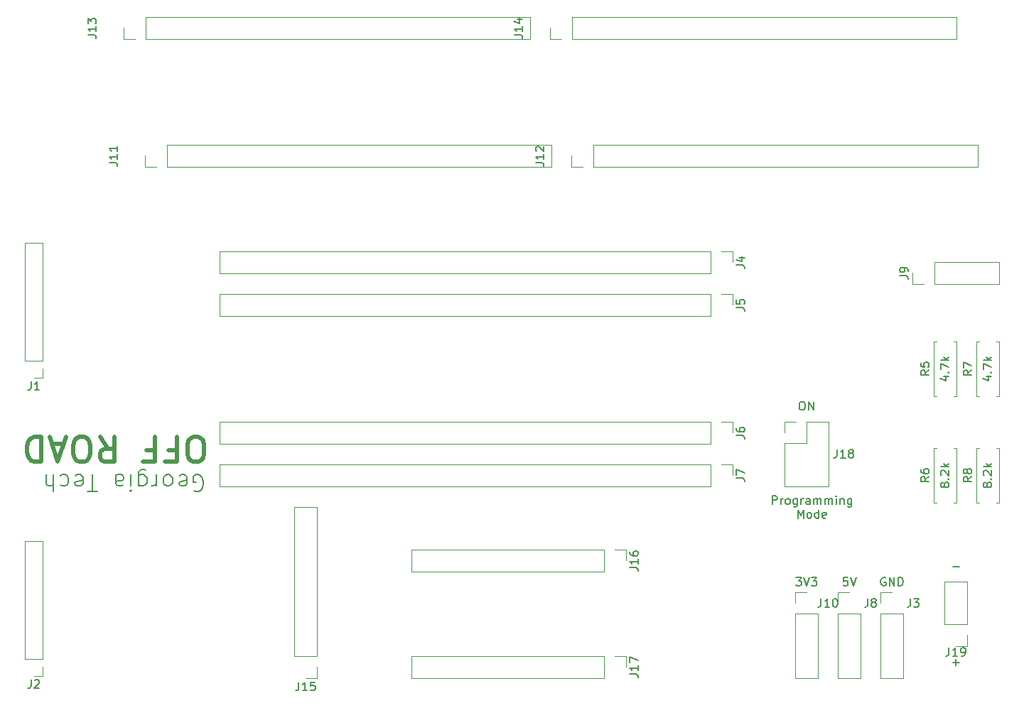
<source format=gbr>
G04 #@! TF.GenerationSoftware,KiCad,Pcbnew,(5.1.4)-1*
G04 #@! TF.CreationDate,2020-01-23T23:34:45-05:00*
G04 #@! TF.ProjectId,MainDataAquisitionBoard,4d61696e-4461-4746-9141-717569736974,rev?*
G04 #@! TF.SameCoordinates,Original*
G04 #@! TF.FileFunction,Legend,Top*
G04 #@! TF.FilePolarity,Positive*
%FSLAX46Y46*%
G04 Gerber Fmt 4.6, Leading zero omitted, Abs format (unit mm)*
G04 Created by KiCad (PCBNEW (5.1.4)-1) date 2020-01-23 23:34:45*
%MOMM*%
%LPD*%
G04 APERTURE LIST*
%ADD10C,0.500000*%
%ADD11C,0.150000*%
%ADD12C,0.120000*%
G04 APERTURE END LIST*
D10*
X86260342Y-106341657D02*
X85688914Y-106341657D01*
X85403200Y-106198800D01*
X85117485Y-105913085D01*
X84974628Y-105341657D01*
X84974628Y-104341657D01*
X85117485Y-103770228D01*
X85403200Y-103484514D01*
X85688914Y-103341657D01*
X86260342Y-103341657D01*
X86546057Y-103484514D01*
X86831771Y-103770228D01*
X86974628Y-104341657D01*
X86974628Y-105341657D01*
X86831771Y-105913085D01*
X86546057Y-106198800D01*
X86260342Y-106341657D01*
X82688914Y-104913085D02*
X83688914Y-104913085D01*
X83688914Y-103341657D02*
X83688914Y-106341657D01*
X82260342Y-106341657D01*
X80117485Y-104913085D02*
X81117485Y-104913085D01*
X81117485Y-103341657D02*
X81117485Y-106341657D01*
X79688914Y-106341657D01*
X74546057Y-103341657D02*
X75546057Y-104770228D01*
X76260342Y-103341657D02*
X76260342Y-106341657D01*
X75117485Y-106341657D01*
X74831771Y-106198800D01*
X74688914Y-106055942D01*
X74546057Y-105770228D01*
X74546057Y-105341657D01*
X74688914Y-105055942D01*
X74831771Y-104913085D01*
X75117485Y-104770228D01*
X76260342Y-104770228D01*
X72688914Y-106341657D02*
X72117485Y-106341657D01*
X71831771Y-106198800D01*
X71546057Y-105913085D01*
X71403200Y-105341657D01*
X71403200Y-104341657D01*
X71546057Y-103770228D01*
X71831771Y-103484514D01*
X72117485Y-103341657D01*
X72688914Y-103341657D01*
X72974628Y-103484514D01*
X73260342Y-103770228D01*
X73403200Y-104341657D01*
X73403200Y-105341657D01*
X73260342Y-105913085D01*
X72974628Y-106198800D01*
X72688914Y-106341657D01*
X70260342Y-104198800D02*
X68831771Y-104198800D01*
X70546057Y-103341657D02*
X69546057Y-106341657D01*
X68546057Y-103341657D01*
X67546057Y-103341657D02*
X67546057Y-106341657D01*
X66831771Y-106341657D01*
X66403200Y-106198800D01*
X66117485Y-105913085D01*
X65974628Y-105627371D01*
X65831771Y-105055942D01*
X65831771Y-104627371D01*
X65974628Y-104055942D01*
X66117485Y-103770228D01*
X66403200Y-103484514D01*
X66831771Y-103341657D01*
X67546057Y-103341657D01*
D11*
X85755714Y-109762800D02*
X85946190Y-109858038D01*
X86231904Y-109858038D01*
X86517619Y-109762800D01*
X86708095Y-109572323D01*
X86803333Y-109381847D01*
X86898571Y-109000895D01*
X86898571Y-108715180D01*
X86803333Y-108334228D01*
X86708095Y-108143752D01*
X86517619Y-107953276D01*
X86231904Y-107858038D01*
X86041428Y-107858038D01*
X85755714Y-107953276D01*
X85660476Y-108048514D01*
X85660476Y-108715180D01*
X86041428Y-108715180D01*
X84041428Y-107953276D02*
X84231904Y-107858038D01*
X84612857Y-107858038D01*
X84803333Y-107953276D01*
X84898571Y-108143752D01*
X84898571Y-108905657D01*
X84803333Y-109096133D01*
X84612857Y-109191371D01*
X84231904Y-109191371D01*
X84041428Y-109096133D01*
X83946190Y-108905657D01*
X83946190Y-108715180D01*
X84898571Y-108524704D01*
X82803333Y-107858038D02*
X82993809Y-107953276D01*
X83089047Y-108048514D01*
X83184285Y-108238990D01*
X83184285Y-108810419D01*
X83089047Y-109000895D01*
X82993809Y-109096133D01*
X82803333Y-109191371D01*
X82517619Y-109191371D01*
X82327142Y-109096133D01*
X82231904Y-109000895D01*
X82136666Y-108810419D01*
X82136666Y-108238990D01*
X82231904Y-108048514D01*
X82327142Y-107953276D01*
X82517619Y-107858038D01*
X82803333Y-107858038D01*
X81279523Y-107858038D02*
X81279523Y-109191371D01*
X81279523Y-108810419D02*
X81184285Y-109000895D01*
X81089047Y-109096133D01*
X80898571Y-109191371D01*
X80708095Y-109191371D01*
X79184285Y-109191371D02*
X79184285Y-107572323D01*
X79279523Y-107381847D01*
X79374761Y-107286609D01*
X79565238Y-107191371D01*
X79850952Y-107191371D01*
X80041428Y-107286609D01*
X79184285Y-107953276D02*
X79374761Y-107858038D01*
X79755714Y-107858038D01*
X79946190Y-107953276D01*
X80041428Y-108048514D01*
X80136666Y-108238990D01*
X80136666Y-108810419D01*
X80041428Y-109000895D01*
X79946190Y-109096133D01*
X79755714Y-109191371D01*
X79374761Y-109191371D01*
X79184285Y-109096133D01*
X78231904Y-107858038D02*
X78231904Y-109191371D01*
X78231904Y-109858038D02*
X78327142Y-109762800D01*
X78231904Y-109667561D01*
X78136666Y-109762800D01*
X78231904Y-109858038D01*
X78231904Y-109667561D01*
X76422380Y-107858038D02*
X76422380Y-108905657D01*
X76517619Y-109096133D01*
X76708095Y-109191371D01*
X77089047Y-109191371D01*
X77279523Y-109096133D01*
X76422380Y-107953276D02*
X76612857Y-107858038D01*
X77089047Y-107858038D01*
X77279523Y-107953276D01*
X77374761Y-108143752D01*
X77374761Y-108334228D01*
X77279523Y-108524704D01*
X77089047Y-108619942D01*
X76612857Y-108619942D01*
X76422380Y-108715180D01*
X74231904Y-109858038D02*
X73089047Y-109858038D01*
X73660476Y-107858038D02*
X73660476Y-109858038D01*
X71660476Y-107953276D02*
X71850952Y-107858038D01*
X72231904Y-107858038D01*
X72422380Y-107953276D01*
X72517619Y-108143752D01*
X72517619Y-108905657D01*
X72422380Y-109096133D01*
X72231904Y-109191371D01*
X71850952Y-109191371D01*
X71660476Y-109096133D01*
X71565238Y-108905657D01*
X71565238Y-108715180D01*
X72517619Y-108524704D01*
X69850952Y-107953276D02*
X70041428Y-107858038D01*
X70422380Y-107858038D01*
X70612857Y-107953276D01*
X70708095Y-108048514D01*
X70803333Y-108238990D01*
X70803333Y-108810419D01*
X70708095Y-109000895D01*
X70612857Y-109096133D01*
X70422380Y-109191371D01*
X70041428Y-109191371D01*
X69850952Y-109096133D01*
X68993809Y-107858038D02*
X68993809Y-109858038D01*
X68136666Y-107858038D02*
X68136666Y-108905657D01*
X68231904Y-109096133D01*
X68422380Y-109191371D01*
X68708095Y-109191371D01*
X68898571Y-109096133D01*
X68993809Y-109000895D01*
X154670714Y-111387380D02*
X154670714Y-110387380D01*
X155051666Y-110387380D01*
X155146904Y-110435000D01*
X155194523Y-110482619D01*
X155242142Y-110577857D01*
X155242142Y-110720714D01*
X155194523Y-110815952D01*
X155146904Y-110863571D01*
X155051666Y-110911190D01*
X154670714Y-110911190D01*
X155670714Y-111387380D02*
X155670714Y-110720714D01*
X155670714Y-110911190D02*
X155718333Y-110815952D01*
X155765952Y-110768333D01*
X155861190Y-110720714D01*
X155956428Y-110720714D01*
X156432619Y-111387380D02*
X156337380Y-111339761D01*
X156289761Y-111292142D01*
X156242142Y-111196904D01*
X156242142Y-110911190D01*
X156289761Y-110815952D01*
X156337380Y-110768333D01*
X156432619Y-110720714D01*
X156575476Y-110720714D01*
X156670714Y-110768333D01*
X156718333Y-110815952D01*
X156765952Y-110911190D01*
X156765952Y-111196904D01*
X156718333Y-111292142D01*
X156670714Y-111339761D01*
X156575476Y-111387380D01*
X156432619Y-111387380D01*
X157623095Y-110720714D02*
X157623095Y-111530238D01*
X157575476Y-111625476D01*
X157527857Y-111673095D01*
X157432619Y-111720714D01*
X157289761Y-111720714D01*
X157194523Y-111673095D01*
X157623095Y-111339761D02*
X157527857Y-111387380D01*
X157337380Y-111387380D01*
X157242142Y-111339761D01*
X157194523Y-111292142D01*
X157146904Y-111196904D01*
X157146904Y-110911190D01*
X157194523Y-110815952D01*
X157242142Y-110768333D01*
X157337380Y-110720714D01*
X157527857Y-110720714D01*
X157623095Y-110768333D01*
X158099285Y-111387380D02*
X158099285Y-110720714D01*
X158099285Y-110911190D02*
X158146904Y-110815952D01*
X158194523Y-110768333D01*
X158289761Y-110720714D01*
X158385000Y-110720714D01*
X159146904Y-111387380D02*
X159146904Y-110863571D01*
X159099285Y-110768333D01*
X159004047Y-110720714D01*
X158813571Y-110720714D01*
X158718333Y-110768333D01*
X159146904Y-111339761D02*
X159051666Y-111387380D01*
X158813571Y-111387380D01*
X158718333Y-111339761D01*
X158670714Y-111244523D01*
X158670714Y-111149285D01*
X158718333Y-111054047D01*
X158813571Y-111006428D01*
X159051666Y-111006428D01*
X159146904Y-110958809D01*
X159623095Y-111387380D02*
X159623095Y-110720714D01*
X159623095Y-110815952D02*
X159670714Y-110768333D01*
X159765952Y-110720714D01*
X159908809Y-110720714D01*
X160004047Y-110768333D01*
X160051666Y-110863571D01*
X160051666Y-111387380D01*
X160051666Y-110863571D02*
X160099285Y-110768333D01*
X160194523Y-110720714D01*
X160337380Y-110720714D01*
X160432619Y-110768333D01*
X160480238Y-110863571D01*
X160480238Y-111387380D01*
X160956428Y-111387380D02*
X160956428Y-110720714D01*
X160956428Y-110815952D02*
X161004047Y-110768333D01*
X161099285Y-110720714D01*
X161242142Y-110720714D01*
X161337380Y-110768333D01*
X161385000Y-110863571D01*
X161385000Y-111387380D01*
X161385000Y-110863571D02*
X161432619Y-110768333D01*
X161527857Y-110720714D01*
X161670714Y-110720714D01*
X161765952Y-110768333D01*
X161813571Y-110863571D01*
X161813571Y-111387380D01*
X162289761Y-111387380D02*
X162289761Y-110720714D01*
X162289761Y-110387380D02*
X162242142Y-110435000D01*
X162289761Y-110482619D01*
X162337380Y-110435000D01*
X162289761Y-110387380D01*
X162289761Y-110482619D01*
X162765952Y-110720714D02*
X162765952Y-111387380D01*
X162765952Y-110815952D02*
X162813571Y-110768333D01*
X162908809Y-110720714D01*
X163051666Y-110720714D01*
X163146904Y-110768333D01*
X163194523Y-110863571D01*
X163194523Y-111387380D01*
X164099285Y-110720714D02*
X164099285Y-111530238D01*
X164051666Y-111625476D01*
X164004047Y-111673095D01*
X163908809Y-111720714D01*
X163765952Y-111720714D01*
X163670714Y-111673095D01*
X164099285Y-111339761D02*
X164004047Y-111387380D01*
X163813571Y-111387380D01*
X163718333Y-111339761D01*
X163670714Y-111292142D01*
X163623095Y-111196904D01*
X163623095Y-110911190D01*
X163670714Y-110815952D01*
X163718333Y-110768333D01*
X163813571Y-110720714D01*
X164004047Y-110720714D01*
X164099285Y-110768333D01*
X157718333Y-113037380D02*
X157718333Y-112037380D01*
X158051666Y-112751666D01*
X158385000Y-112037380D01*
X158385000Y-113037380D01*
X159004047Y-113037380D02*
X158908809Y-112989761D01*
X158861190Y-112942142D01*
X158813571Y-112846904D01*
X158813571Y-112561190D01*
X158861190Y-112465952D01*
X158908809Y-112418333D01*
X159004047Y-112370714D01*
X159146904Y-112370714D01*
X159242142Y-112418333D01*
X159289761Y-112465952D01*
X159337380Y-112561190D01*
X159337380Y-112846904D01*
X159289761Y-112942142D01*
X159242142Y-112989761D01*
X159146904Y-113037380D01*
X159004047Y-113037380D01*
X160194523Y-113037380D02*
X160194523Y-112037380D01*
X160194523Y-112989761D02*
X160099285Y-113037380D01*
X159908809Y-113037380D01*
X159813571Y-112989761D01*
X159765952Y-112942142D01*
X159718333Y-112846904D01*
X159718333Y-112561190D01*
X159765952Y-112465952D01*
X159813571Y-112418333D01*
X159908809Y-112370714D01*
X160099285Y-112370714D01*
X160194523Y-112418333D01*
X161051666Y-112989761D02*
X160956428Y-113037380D01*
X160765952Y-113037380D01*
X160670714Y-112989761D01*
X160623095Y-112894523D01*
X160623095Y-112513571D01*
X160670714Y-112418333D01*
X160765952Y-112370714D01*
X160956428Y-112370714D01*
X161051666Y-112418333D01*
X161099285Y-112513571D01*
X161099285Y-112608809D01*
X160623095Y-112704047D01*
X158130952Y-99147380D02*
X158321428Y-99147380D01*
X158416666Y-99195000D01*
X158511904Y-99290238D01*
X158559523Y-99480714D01*
X158559523Y-99814047D01*
X158511904Y-100004523D01*
X158416666Y-100099761D01*
X158321428Y-100147380D01*
X158130952Y-100147380D01*
X158035714Y-100099761D01*
X157940476Y-100004523D01*
X157892857Y-99814047D01*
X157892857Y-99480714D01*
X157940476Y-99290238D01*
X158035714Y-99195000D01*
X158130952Y-99147380D01*
X158988095Y-100147380D02*
X158988095Y-99147380D01*
X159559523Y-100147380D01*
X159559523Y-99147380D01*
X180220952Y-109164285D02*
X180173333Y-109259523D01*
X180125714Y-109307142D01*
X180030476Y-109354761D01*
X179982857Y-109354761D01*
X179887619Y-109307142D01*
X179840000Y-109259523D01*
X179792380Y-109164285D01*
X179792380Y-108973809D01*
X179840000Y-108878571D01*
X179887619Y-108830952D01*
X179982857Y-108783333D01*
X180030476Y-108783333D01*
X180125714Y-108830952D01*
X180173333Y-108878571D01*
X180220952Y-108973809D01*
X180220952Y-109164285D01*
X180268571Y-109259523D01*
X180316190Y-109307142D01*
X180411428Y-109354761D01*
X180601904Y-109354761D01*
X180697142Y-109307142D01*
X180744761Y-109259523D01*
X180792380Y-109164285D01*
X180792380Y-108973809D01*
X180744761Y-108878571D01*
X180697142Y-108830952D01*
X180601904Y-108783333D01*
X180411428Y-108783333D01*
X180316190Y-108830952D01*
X180268571Y-108878571D01*
X180220952Y-108973809D01*
X180697142Y-108354761D02*
X180744761Y-108307142D01*
X180792380Y-108354761D01*
X180744761Y-108402380D01*
X180697142Y-108354761D01*
X180792380Y-108354761D01*
X179887619Y-107926190D02*
X179840000Y-107878571D01*
X179792380Y-107783333D01*
X179792380Y-107545238D01*
X179840000Y-107450000D01*
X179887619Y-107402380D01*
X179982857Y-107354761D01*
X180078095Y-107354761D01*
X180220952Y-107402380D01*
X180792380Y-107973809D01*
X180792380Y-107354761D01*
X180792380Y-106926190D02*
X179792380Y-106926190D01*
X180411428Y-106830952D02*
X180792380Y-106545238D01*
X180125714Y-106545238D02*
X180506666Y-106926190D01*
X175140952Y-109164285D02*
X175093333Y-109259523D01*
X175045714Y-109307142D01*
X174950476Y-109354761D01*
X174902857Y-109354761D01*
X174807619Y-109307142D01*
X174760000Y-109259523D01*
X174712380Y-109164285D01*
X174712380Y-108973809D01*
X174760000Y-108878571D01*
X174807619Y-108830952D01*
X174902857Y-108783333D01*
X174950476Y-108783333D01*
X175045714Y-108830952D01*
X175093333Y-108878571D01*
X175140952Y-108973809D01*
X175140952Y-109164285D01*
X175188571Y-109259523D01*
X175236190Y-109307142D01*
X175331428Y-109354761D01*
X175521904Y-109354761D01*
X175617142Y-109307142D01*
X175664761Y-109259523D01*
X175712380Y-109164285D01*
X175712380Y-108973809D01*
X175664761Y-108878571D01*
X175617142Y-108830952D01*
X175521904Y-108783333D01*
X175331428Y-108783333D01*
X175236190Y-108830952D01*
X175188571Y-108878571D01*
X175140952Y-108973809D01*
X175617142Y-108354761D02*
X175664761Y-108307142D01*
X175712380Y-108354761D01*
X175664761Y-108402380D01*
X175617142Y-108354761D01*
X175712380Y-108354761D01*
X174807619Y-107926190D02*
X174760000Y-107878571D01*
X174712380Y-107783333D01*
X174712380Y-107545238D01*
X174760000Y-107450000D01*
X174807619Y-107402380D01*
X174902857Y-107354761D01*
X174998095Y-107354761D01*
X175140952Y-107402380D01*
X175712380Y-107973809D01*
X175712380Y-107354761D01*
X175712380Y-106926190D02*
X174712380Y-106926190D01*
X175331428Y-106830952D02*
X175712380Y-106545238D01*
X175045714Y-106545238D02*
X175426666Y-106926190D01*
X180125714Y-96178571D02*
X180792380Y-96178571D01*
X179744761Y-96416666D02*
X180459047Y-96654761D01*
X180459047Y-96035714D01*
X180697142Y-95654761D02*
X180744761Y-95607142D01*
X180792380Y-95654761D01*
X180744761Y-95702380D01*
X180697142Y-95654761D01*
X180792380Y-95654761D01*
X179792380Y-95273809D02*
X179792380Y-94607142D01*
X180792380Y-95035714D01*
X180792380Y-94226190D02*
X179792380Y-94226190D01*
X180411428Y-94130952D02*
X180792380Y-93845238D01*
X180125714Y-93845238D02*
X180506666Y-94226190D01*
X175045714Y-96178571D02*
X175712380Y-96178571D01*
X174664761Y-96416666D02*
X175379047Y-96654761D01*
X175379047Y-96035714D01*
X175617142Y-95654761D02*
X175664761Y-95607142D01*
X175712380Y-95654761D01*
X175664761Y-95702380D01*
X175617142Y-95654761D01*
X175712380Y-95654761D01*
X174712380Y-95273809D02*
X174712380Y-94607142D01*
X175712380Y-95035714D01*
X175712380Y-94226190D02*
X174712380Y-94226190D01*
X175331428Y-94130952D02*
X175712380Y-93845238D01*
X175045714Y-93845238D02*
X175426666Y-94226190D01*
X157511904Y-120102380D02*
X158130952Y-120102380D01*
X157797619Y-120483333D01*
X157940476Y-120483333D01*
X158035714Y-120530952D01*
X158083333Y-120578571D01*
X158130952Y-120673809D01*
X158130952Y-120911904D01*
X158083333Y-121007142D01*
X158035714Y-121054761D01*
X157940476Y-121102380D01*
X157654761Y-121102380D01*
X157559523Y-121054761D01*
X157511904Y-121007142D01*
X158416666Y-120102380D02*
X158750000Y-121102380D01*
X159083333Y-120102380D01*
X159321428Y-120102380D02*
X159940476Y-120102380D01*
X159607142Y-120483333D01*
X159750000Y-120483333D01*
X159845238Y-120530952D01*
X159892857Y-120578571D01*
X159940476Y-120673809D01*
X159940476Y-120911904D01*
X159892857Y-121007142D01*
X159845238Y-121054761D01*
X159750000Y-121102380D01*
X159464285Y-121102380D01*
X159369047Y-121054761D01*
X159321428Y-121007142D01*
X163639523Y-120102380D02*
X163163333Y-120102380D01*
X163115714Y-120578571D01*
X163163333Y-120530952D01*
X163258571Y-120483333D01*
X163496666Y-120483333D01*
X163591904Y-120530952D01*
X163639523Y-120578571D01*
X163687142Y-120673809D01*
X163687142Y-120911904D01*
X163639523Y-121007142D01*
X163591904Y-121054761D01*
X163496666Y-121102380D01*
X163258571Y-121102380D01*
X163163333Y-121054761D01*
X163115714Y-121007142D01*
X163972857Y-120102380D02*
X164306190Y-121102380D01*
X164639523Y-120102380D01*
X168148095Y-120150000D02*
X168052857Y-120102380D01*
X167910000Y-120102380D01*
X167767142Y-120150000D01*
X167671904Y-120245238D01*
X167624285Y-120340476D01*
X167576666Y-120530952D01*
X167576666Y-120673809D01*
X167624285Y-120864285D01*
X167671904Y-120959523D01*
X167767142Y-121054761D01*
X167910000Y-121102380D01*
X168005238Y-121102380D01*
X168148095Y-121054761D01*
X168195714Y-121007142D01*
X168195714Y-120673809D01*
X168005238Y-120673809D01*
X168624285Y-121102380D02*
X168624285Y-120102380D01*
X169195714Y-121102380D01*
X169195714Y-120102380D01*
X169671904Y-121102380D02*
X169671904Y-120102380D01*
X169910000Y-120102380D01*
X170052857Y-120150000D01*
X170148095Y-120245238D01*
X170195714Y-120340476D01*
X170243333Y-120530952D01*
X170243333Y-120673809D01*
X170195714Y-120864285D01*
X170148095Y-120959523D01*
X170052857Y-121054761D01*
X169910000Y-121102380D01*
X169671904Y-121102380D01*
X176149047Y-130246428D02*
X176910952Y-130246428D01*
X176530000Y-130627380D02*
X176530000Y-129865476D01*
X176149047Y-118816428D02*
X176910952Y-118816428D01*
D12*
X88840000Y-101540000D02*
X88840000Y-104200000D01*
X147320000Y-101540000D02*
X88840000Y-101540000D01*
X147320000Y-104200000D02*
X88840000Y-104200000D01*
X147320000Y-101540000D02*
X147320000Y-104200000D01*
X148590000Y-101540000D02*
X149920000Y-101540000D01*
X149920000Y-101540000D02*
X149920000Y-102870000D01*
X111700000Y-116780000D02*
X111700000Y-119440000D01*
X134620000Y-116780000D02*
X111700000Y-116780000D01*
X134620000Y-119440000D02*
X111700000Y-119440000D01*
X134620000Y-116780000D02*
X134620000Y-119440000D01*
X135890000Y-116780000D02*
X137220000Y-116780000D01*
X137220000Y-116780000D02*
X137220000Y-118110000D01*
X67735000Y-115750000D02*
X65615000Y-115750000D01*
X67735000Y-129810000D02*
X67735000Y-115750000D01*
X65615000Y-129810000D02*
X65615000Y-115750000D01*
X67735000Y-129810000D02*
X65615000Y-129810000D01*
X67735000Y-130810000D02*
X67735000Y-131870000D01*
X67735000Y-131870000D02*
X66675000Y-131870000D01*
X179300000Y-111220000D02*
X178970000Y-111220000D01*
X178970000Y-111220000D02*
X178970000Y-104680000D01*
X178970000Y-104680000D02*
X179300000Y-104680000D01*
X181380000Y-111220000D02*
X181710000Y-111220000D01*
X181710000Y-111220000D02*
X181710000Y-104680000D01*
X181710000Y-104680000D02*
X181380000Y-104680000D01*
X149920000Y-81220000D02*
X149920000Y-82550000D01*
X148590000Y-81220000D02*
X149920000Y-81220000D01*
X147320000Y-81220000D02*
X147320000Y-83880000D01*
X147320000Y-83880000D02*
X88840000Y-83880000D01*
X147320000Y-81220000D02*
X88840000Y-81220000D01*
X88840000Y-81220000D02*
X88840000Y-83880000D01*
X88840000Y-86300000D02*
X88840000Y-88960000D01*
X147320000Y-86300000D02*
X88840000Y-86300000D01*
X147320000Y-88960000D02*
X88840000Y-88960000D01*
X147320000Y-86300000D02*
X147320000Y-88960000D01*
X148590000Y-86300000D02*
X149920000Y-86300000D01*
X149920000Y-86300000D02*
X149920000Y-87630000D01*
X149920000Y-106620000D02*
X149920000Y-107950000D01*
X148590000Y-106620000D02*
X149920000Y-106620000D01*
X147320000Y-106620000D02*
X147320000Y-109280000D01*
X147320000Y-109280000D02*
X88840000Y-109280000D01*
X147320000Y-106620000D02*
X88840000Y-106620000D01*
X88840000Y-106620000D02*
X88840000Y-109280000D01*
X67735000Y-96310000D02*
X66675000Y-96310000D01*
X67735000Y-95250000D02*
X67735000Y-96310000D01*
X67735000Y-94250000D02*
X65615000Y-94250000D01*
X65615000Y-94250000D02*
X65615000Y-80190000D01*
X67735000Y-94250000D02*
X67735000Y-80190000D01*
X67735000Y-80190000D02*
X65615000Y-80190000D01*
X167580000Y-121860000D02*
X168910000Y-121860000D01*
X167580000Y-123190000D02*
X167580000Y-121860000D01*
X167580000Y-124460000D02*
X170240000Y-124460000D01*
X170240000Y-124460000D02*
X170240000Y-132140000D01*
X167580000Y-124460000D02*
X167580000Y-132140000D01*
X167580000Y-132140000D02*
X170240000Y-132140000D01*
X162500000Y-132140000D02*
X165160000Y-132140000D01*
X162500000Y-124460000D02*
X162500000Y-132140000D01*
X165160000Y-124460000D02*
X165160000Y-132140000D01*
X162500000Y-124460000D02*
X165160000Y-124460000D01*
X162500000Y-123190000D02*
X162500000Y-121860000D01*
X162500000Y-121860000D02*
X163830000Y-121860000D01*
X181670000Y-85150000D02*
X181670000Y-82490000D01*
X173990000Y-85150000D02*
X181670000Y-85150000D01*
X173990000Y-82490000D02*
X181670000Y-82490000D01*
X173990000Y-85150000D02*
X173990000Y-82490000D01*
X172720000Y-85150000D02*
X171390000Y-85150000D01*
X171390000Y-85150000D02*
X171390000Y-83820000D01*
X157420000Y-121860000D02*
X158750000Y-121860000D01*
X157420000Y-123190000D02*
X157420000Y-121860000D01*
X157420000Y-124460000D02*
X160080000Y-124460000D01*
X160080000Y-124460000D02*
X160080000Y-132140000D01*
X157420000Y-124460000D02*
X157420000Y-132140000D01*
X157420000Y-132140000D02*
X160080000Y-132140000D01*
X176630000Y-91980000D02*
X176300000Y-91980000D01*
X176630000Y-98520000D02*
X176630000Y-91980000D01*
X176300000Y-98520000D02*
X176630000Y-98520000D01*
X173890000Y-91980000D02*
X174220000Y-91980000D01*
X173890000Y-98520000D02*
X173890000Y-91980000D01*
X174220000Y-98520000D02*
X173890000Y-98520000D01*
X176630000Y-104680000D02*
X176300000Y-104680000D01*
X176630000Y-111220000D02*
X176630000Y-104680000D01*
X176300000Y-111220000D02*
X176630000Y-111220000D01*
X173890000Y-104680000D02*
X174220000Y-104680000D01*
X173890000Y-111220000D02*
X173890000Y-104680000D01*
X174220000Y-111220000D02*
X173890000Y-111220000D01*
X179300000Y-98520000D02*
X178970000Y-98520000D01*
X178970000Y-98520000D02*
X178970000Y-91980000D01*
X178970000Y-91980000D02*
X179300000Y-91980000D01*
X181380000Y-98520000D02*
X181710000Y-98520000D01*
X181710000Y-98520000D02*
X181710000Y-91980000D01*
X181710000Y-91980000D02*
X181380000Y-91980000D01*
X100390000Y-111700000D02*
X97730000Y-111700000D01*
X100390000Y-129540000D02*
X100390000Y-111700000D01*
X97730000Y-129540000D02*
X97730000Y-111700000D01*
X100390000Y-129540000D02*
X97730000Y-129540000D01*
X100390000Y-130810000D02*
X100390000Y-132140000D01*
X100390000Y-132140000D02*
X99060000Y-132140000D01*
X137220000Y-129480000D02*
X137220000Y-130810000D01*
X135890000Y-129480000D02*
X137220000Y-129480000D01*
X134620000Y-129480000D02*
X134620000Y-132140000D01*
X134620000Y-132140000D02*
X111700000Y-132140000D01*
X134620000Y-129480000D02*
X111700000Y-129480000D01*
X111700000Y-129480000D02*
X111700000Y-132140000D01*
X156150000Y-109280000D02*
X161350000Y-109280000D01*
X156150000Y-104140000D02*
X156150000Y-109280000D01*
X161350000Y-101540000D02*
X161350000Y-109280000D01*
X156150000Y-104140000D02*
X158750000Y-104140000D01*
X158750000Y-104140000D02*
X158750000Y-101540000D01*
X158750000Y-101540000D02*
X161350000Y-101540000D01*
X156150000Y-102870000D02*
X156150000Y-101540000D01*
X156150000Y-101540000D02*
X157480000Y-101540000D01*
X128330000Y-71180000D02*
X128330000Y-68520000D01*
X82550000Y-71180000D02*
X128330000Y-71180000D01*
X82550000Y-68520000D02*
X128330000Y-68520000D01*
X81280000Y-71180000D02*
X79950000Y-71180000D01*
X82550000Y-71180000D02*
X82550000Y-68520000D01*
X79950000Y-71180000D02*
X79950000Y-69850000D01*
X179130000Y-71180000D02*
X179130000Y-68520000D01*
X133350000Y-71180000D02*
X179130000Y-71180000D01*
X133350000Y-68520000D02*
X179130000Y-68520000D01*
X132080000Y-71180000D02*
X130750000Y-71180000D01*
X133350000Y-71180000D02*
X133350000Y-68520000D01*
X130750000Y-71180000D02*
X130750000Y-69850000D01*
X77410000Y-55940000D02*
X77410000Y-54610000D01*
X80010000Y-55940000D02*
X80010000Y-53280000D01*
X78740000Y-55940000D02*
X77410000Y-55940000D01*
X80010000Y-53280000D02*
X125790000Y-53280000D01*
X80010000Y-55940000D02*
X125790000Y-55940000D01*
X125790000Y-55940000D02*
X125790000Y-53280000D01*
X128210000Y-55940000D02*
X128210000Y-54610000D01*
X130810000Y-55940000D02*
X130810000Y-53280000D01*
X129540000Y-55940000D02*
X128210000Y-55940000D01*
X130810000Y-53280000D02*
X176590000Y-53280000D01*
X130810000Y-55940000D02*
X176590000Y-55940000D01*
X176590000Y-55940000D02*
X176590000Y-53280000D01*
X177860000Y-120590000D02*
X175200000Y-120590000D01*
X177860000Y-127000000D02*
X177860000Y-128330000D01*
X175200000Y-125730000D02*
X175200000Y-120590000D01*
X177860000Y-125730000D02*
X177860000Y-120590000D01*
X177860000Y-128330000D02*
X176530000Y-128330000D01*
X177860000Y-125730000D02*
X175200000Y-125730000D01*
D11*
X150372380Y-103203333D02*
X151086666Y-103203333D01*
X151229523Y-103250952D01*
X151324761Y-103346190D01*
X151372380Y-103489047D01*
X151372380Y-103584285D01*
X150372380Y-102298571D02*
X150372380Y-102489047D01*
X150420000Y-102584285D01*
X150467619Y-102631904D01*
X150610476Y-102727142D01*
X150800952Y-102774761D01*
X151181904Y-102774761D01*
X151277142Y-102727142D01*
X151324761Y-102679523D01*
X151372380Y-102584285D01*
X151372380Y-102393809D01*
X151324761Y-102298571D01*
X151277142Y-102250952D01*
X151181904Y-102203333D01*
X150943809Y-102203333D01*
X150848571Y-102250952D01*
X150800952Y-102298571D01*
X150753333Y-102393809D01*
X150753333Y-102584285D01*
X150800952Y-102679523D01*
X150848571Y-102727142D01*
X150943809Y-102774761D01*
X137672380Y-118919523D02*
X138386666Y-118919523D01*
X138529523Y-118967142D01*
X138624761Y-119062380D01*
X138672380Y-119205238D01*
X138672380Y-119300476D01*
X138672380Y-117919523D02*
X138672380Y-118490952D01*
X138672380Y-118205238D02*
X137672380Y-118205238D01*
X137815238Y-118300476D01*
X137910476Y-118395714D01*
X137958095Y-118490952D01*
X137672380Y-117062380D02*
X137672380Y-117252857D01*
X137720000Y-117348095D01*
X137767619Y-117395714D01*
X137910476Y-117490952D01*
X138100952Y-117538571D01*
X138481904Y-117538571D01*
X138577142Y-117490952D01*
X138624761Y-117443333D01*
X138672380Y-117348095D01*
X138672380Y-117157619D01*
X138624761Y-117062380D01*
X138577142Y-117014761D01*
X138481904Y-116967142D01*
X138243809Y-116967142D01*
X138148571Y-117014761D01*
X138100952Y-117062380D01*
X138053333Y-117157619D01*
X138053333Y-117348095D01*
X138100952Y-117443333D01*
X138148571Y-117490952D01*
X138243809Y-117538571D01*
X66341666Y-132322380D02*
X66341666Y-133036666D01*
X66294047Y-133179523D01*
X66198809Y-133274761D01*
X66055952Y-133322380D01*
X65960714Y-133322380D01*
X66770238Y-132417619D02*
X66817857Y-132370000D01*
X66913095Y-132322380D01*
X67151190Y-132322380D01*
X67246428Y-132370000D01*
X67294047Y-132417619D01*
X67341666Y-132512857D01*
X67341666Y-132608095D01*
X67294047Y-132750952D01*
X66722619Y-133322380D01*
X67341666Y-133322380D01*
X178422380Y-108116666D02*
X177946190Y-108450000D01*
X178422380Y-108688095D02*
X177422380Y-108688095D01*
X177422380Y-108307142D01*
X177470000Y-108211904D01*
X177517619Y-108164285D01*
X177612857Y-108116666D01*
X177755714Y-108116666D01*
X177850952Y-108164285D01*
X177898571Y-108211904D01*
X177946190Y-108307142D01*
X177946190Y-108688095D01*
X177850952Y-107545238D02*
X177803333Y-107640476D01*
X177755714Y-107688095D01*
X177660476Y-107735714D01*
X177612857Y-107735714D01*
X177517619Y-107688095D01*
X177470000Y-107640476D01*
X177422380Y-107545238D01*
X177422380Y-107354761D01*
X177470000Y-107259523D01*
X177517619Y-107211904D01*
X177612857Y-107164285D01*
X177660476Y-107164285D01*
X177755714Y-107211904D01*
X177803333Y-107259523D01*
X177850952Y-107354761D01*
X177850952Y-107545238D01*
X177898571Y-107640476D01*
X177946190Y-107688095D01*
X178041428Y-107735714D01*
X178231904Y-107735714D01*
X178327142Y-107688095D01*
X178374761Y-107640476D01*
X178422380Y-107545238D01*
X178422380Y-107354761D01*
X178374761Y-107259523D01*
X178327142Y-107211904D01*
X178231904Y-107164285D01*
X178041428Y-107164285D01*
X177946190Y-107211904D01*
X177898571Y-107259523D01*
X177850952Y-107354761D01*
X150372380Y-82883333D02*
X151086666Y-82883333D01*
X151229523Y-82930952D01*
X151324761Y-83026190D01*
X151372380Y-83169047D01*
X151372380Y-83264285D01*
X150705714Y-81978571D02*
X151372380Y-81978571D01*
X150324761Y-82216666D02*
X151039047Y-82454761D01*
X151039047Y-81835714D01*
X150372380Y-87963333D02*
X151086666Y-87963333D01*
X151229523Y-88010952D01*
X151324761Y-88106190D01*
X151372380Y-88249047D01*
X151372380Y-88344285D01*
X150372380Y-87010952D02*
X150372380Y-87487142D01*
X150848571Y-87534761D01*
X150800952Y-87487142D01*
X150753333Y-87391904D01*
X150753333Y-87153809D01*
X150800952Y-87058571D01*
X150848571Y-87010952D01*
X150943809Y-86963333D01*
X151181904Y-86963333D01*
X151277142Y-87010952D01*
X151324761Y-87058571D01*
X151372380Y-87153809D01*
X151372380Y-87391904D01*
X151324761Y-87487142D01*
X151277142Y-87534761D01*
X150372380Y-108283333D02*
X151086666Y-108283333D01*
X151229523Y-108330952D01*
X151324761Y-108426190D01*
X151372380Y-108569047D01*
X151372380Y-108664285D01*
X150372380Y-107902380D02*
X150372380Y-107235714D01*
X151372380Y-107664285D01*
X66341666Y-96762380D02*
X66341666Y-97476666D01*
X66294047Y-97619523D01*
X66198809Y-97714761D01*
X66055952Y-97762380D01*
X65960714Y-97762380D01*
X67341666Y-97762380D02*
X66770238Y-97762380D01*
X67055952Y-97762380D02*
X67055952Y-96762380D01*
X66960714Y-96905238D01*
X66865476Y-97000476D01*
X66770238Y-97048095D01*
X171116666Y-122642380D02*
X171116666Y-123356666D01*
X171069047Y-123499523D01*
X170973809Y-123594761D01*
X170830952Y-123642380D01*
X170735714Y-123642380D01*
X171497619Y-122642380D02*
X172116666Y-122642380D01*
X171783333Y-123023333D01*
X171926190Y-123023333D01*
X172021428Y-123070952D01*
X172069047Y-123118571D01*
X172116666Y-123213809D01*
X172116666Y-123451904D01*
X172069047Y-123547142D01*
X172021428Y-123594761D01*
X171926190Y-123642380D01*
X171640476Y-123642380D01*
X171545238Y-123594761D01*
X171497619Y-123547142D01*
X166036666Y-122642380D02*
X166036666Y-123356666D01*
X165989047Y-123499523D01*
X165893809Y-123594761D01*
X165750952Y-123642380D01*
X165655714Y-123642380D01*
X166655714Y-123070952D02*
X166560476Y-123023333D01*
X166512857Y-122975714D01*
X166465238Y-122880476D01*
X166465238Y-122832857D01*
X166512857Y-122737619D01*
X166560476Y-122690000D01*
X166655714Y-122642380D01*
X166846190Y-122642380D01*
X166941428Y-122690000D01*
X166989047Y-122737619D01*
X167036666Y-122832857D01*
X167036666Y-122880476D01*
X166989047Y-122975714D01*
X166941428Y-123023333D01*
X166846190Y-123070952D01*
X166655714Y-123070952D01*
X166560476Y-123118571D01*
X166512857Y-123166190D01*
X166465238Y-123261428D01*
X166465238Y-123451904D01*
X166512857Y-123547142D01*
X166560476Y-123594761D01*
X166655714Y-123642380D01*
X166846190Y-123642380D01*
X166941428Y-123594761D01*
X166989047Y-123547142D01*
X167036666Y-123451904D01*
X167036666Y-123261428D01*
X166989047Y-123166190D01*
X166941428Y-123118571D01*
X166846190Y-123070952D01*
X169842380Y-84153333D02*
X170556666Y-84153333D01*
X170699523Y-84200952D01*
X170794761Y-84296190D01*
X170842380Y-84439047D01*
X170842380Y-84534285D01*
X170842380Y-83629523D02*
X170842380Y-83439047D01*
X170794761Y-83343809D01*
X170747142Y-83296190D01*
X170604285Y-83200952D01*
X170413809Y-83153333D01*
X170032857Y-83153333D01*
X169937619Y-83200952D01*
X169890000Y-83248571D01*
X169842380Y-83343809D01*
X169842380Y-83534285D01*
X169890000Y-83629523D01*
X169937619Y-83677142D01*
X170032857Y-83724761D01*
X170270952Y-83724761D01*
X170366190Y-83677142D01*
X170413809Y-83629523D01*
X170461428Y-83534285D01*
X170461428Y-83343809D01*
X170413809Y-83248571D01*
X170366190Y-83200952D01*
X170270952Y-83153333D01*
X160480476Y-122642380D02*
X160480476Y-123356666D01*
X160432857Y-123499523D01*
X160337619Y-123594761D01*
X160194761Y-123642380D01*
X160099523Y-123642380D01*
X161480476Y-123642380D02*
X160909047Y-123642380D01*
X161194761Y-123642380D02*
X161194761Y-122642380D01*
X161099523Y-122785238D01*
X161004285Y-122880476D01*
X160909047Y-122928095D01*
X162099523Y-122642380D02*
X162194761Y-122642380D01*
X162290000Y-122690000D01*
X162337619Y-122737619D01*
X162385238Y-122832857D01*
X162432857Y-123023333D01*
X162432857Y-123261428D01*
X162385238Y-123451904D01*
X162337619Y-123547142D01*
X162290000Y-123594761D01*
X162194761Y-123642380D01*
X162099523Y-123642380D01*
X162004285Y-123594761D01*
X161956666Y-123547142D01*
X161909047Y-123451904D01*
X161861428Y-123261428D01*
X161861428Y-123023333D01*
X161909047Y-122832857D01*
X161956666Y-122737619D01*
X162004285Y-122690000D01*
X162099523Y-122642380D01*
X173342380Y-95416666D02*
X172866190Y-95750000D01*
X173342380Y-95988095D02*
X172342380Y-95988095D01*
X172342380Y-95607142D01*
X172390000Y-95511904D01*
X172437619Y-95464285D01*
X172532857Y-95416666D01*
X172675714Y-95416666D01*
X172770952Y-95464285D01*
X172818571Y-95511904D01*
X172866190Y-95607142D01*
X172866190Y-95988095D01*
X172342380Y-94511904D02*
X172342380Y-94988095D01*
X172818571Y-95035714D01*
X172770952Y-94988095D01*
X172723333Y-94892857D01*
X172723333Y-94654761D01*
X172770952Y-94559523D01*
X172818571Y-94511904D01*
X172913809Y-94464285D01*
X173151904Y-94464285D01*
X173247142Y-94511904D01*
X173294761Y-94559523D01*
X173342380Y-94654761D01*
X173342380Y-94892857D01*
X173294761Y-94988095D01*
X173247142Y-95035714D01*
X173342380Y-108116666D02*
X172866190Y-108450000D01*
X173342380Y-108688095D02*
X172342380Y-108688095D01*
X172342380Y-108307142D01*
X172390000Y-108211904D01*
X172437619Y-108164285D01*
X172532857Y-108116666D01*
X172675714Y-108116666D01*
X172770952Y-108164285D01*
X172818571Y-108211904D01*
X172866190Y-108307142D01*
X172866190Y-108688095D01*
X172342380Y-107259523D02*
X172342380Y-107450000D01*
X172390000Y-107545238D01*
X172437619Y-107592857D01*
X172580476Y-107688095D01*
X172770952Y-107735714D01*
X173151904Y-107735714D01*
X173247142Y-107688095D01*
X173294761Y-107640476D01*
X173342380Y-107545238D01*
X173342380Y-107354761D01*
X173294761Y-107259523D01*
X173247142Y-107211904D01*
X173151904Y-107164285D01*
X172913809Y-107164285D01*
X172818571Y-107211904D01*
X172770952Y-107259523D01*
X172723333Y-107354761D01*
X172723333Y-107545238D01*
X172770952Y-107640476D01*
X172818571Y-107688095D01*
X172913809Y-107735714D01*
X178422380Y-95416666D02*
X177946190Y-95750000D01*
X178422380Y-95988095D02*
X177422380Y-95988095D01*
X177422380Y-95607142D01*
X177470000Y-95511904D01*
X177517619Y-95464285D01*
X177612857Y-95416666D01*
X177755714Y-95416666D01*
X177850952Y-95464285D01*
X177898571Y-95511904D01*
X177946190Y-95607142D01*
X177946190Y-95988095D01*
X177422380Y-95083333D02*
X177422380Y-94416666D01*
X178422380Y-94845238D01*
X98250476Y-132592380D02*
X98250476Y-133306666D01*
X98202857Y-133449523D01*
X98107619Y-133544761D01*
X97964761Y-133592380D01*
X97869523Y-133592380D01*
X99250476Y-133592380D02*
X98679047Y-133592380D01*
X98964761Y-133592380D02*
X98964761Y-132592380D01*
X98869523Y-132735238D01*
X98774285Y-132830476D01*
X98679047Y-132878095D01*
X100155238Y-132592380D02*
X99679047Y-132592380D01*
X99631428Y-133068571D01*
X99679047Y-133020952D01*
X99774285Y-132973333D01*
X100012380Y-132973333D01*
X100107619Y-133020952D01*
X100155238Y-133068571D01*
X100202857Y-133163809D01*
X100202857Y-133401904D01*
X100155238Y-133497142D01*
X100107619Y-133544761D01*
X100012380Y-133592380D01*
X99774285Y-133592380D01*
X99679047Y-133544761D01*
X99631428Y-133497142D01*
X137672380Y-131619523D02*
X138386666Y-131619523D01*
X138529523Y-131667142D01*
X138624761Y-131762380D01*
X138672380Y-131905238D01*
X138672380Y-132000476D01*
X138672380Y-130619523D02*
X138672380Y-131190952D01*
X138672380Y-130905238D02*
X137672380Y-130905238D01*
X137815238Y-131000476D01*
X137910476Y-131095714D01*
X137958095Y-131190952D01*
X137672380Y-130286190D02*
X137672380Y-129619523D01*
X138672380Y-130048095D01*
X162385476Y-104862380D02*
X162385476Y-105576666D01*
X162337857Y-105719523D01*
X162242619Y-105814761D01*
X162099761Y-105862380D01*
X162004523Y-105862380D01*
X163385476Y-105862380D02*
X162814047Y-105862380D01*
X163099761Y-105862380D02*
X163099761Y-104862380D01*
X163004523Y-105005238D01*
X162909285Y-105100476D01*
X162814047Y-105148095D01*
X163956904Y-105290952D02*
X163861666Y-105243333D01*
X163814047Y-105195714D01*
X163766428Y-105100476D01*
X163766428Y-105052857D01*
X163814047Y-104957619D01*
X163861666Y-104910000D01*
X163956904Y-104862380D01*
X164147380Y-104862380D01*
X164242619Y-104910000D01*
X164290238Y-104957619D01*
X164337857Y-105052857D01*
X164337857Y-105100476D01*
X164290238Y-105195714D01*
X164242619Y-105243333D01*
X164147380Y-105290952D01*
X163956904Y-105290952D01*
X163861666Y-105338571D01*
X163814047Y-105386190D01*
X163766428Y-105481428D01*
X163766428Y-105671904D01*
X163814047Y-105767142D01*
X163861666Y-105814761D01*
X163956904Y-105862380D01*
X164147380Y-105862380D01*
X164242619Y-105814761D01*
X164290238Y-105767142D01*
X164337857Y-105671904D01*
X164337857Y-105481428D01*
X164290238Y-105386190D01*
X164242619Y-105338571D01*
X164147380Y-105290952D01*
X75652380Y-70659523D02*
X76366666Y-70659523D01*
X76509523Y-70707142D01*
X76604761Y-70802380D01*
X76652380Y-70945238D01*
X76652380Y-71040476D01*
X76652380Y-69659523D02*
X76652380Y-70230952D01*
X76652380Y-69945238D02*
X75652380Y-69945238D01*
X75795238Y-70040476D01*
X75890476Y-70135714D01*
X75938095Y-70230952D01*
X76652380Y-68707142D02*
X76652380Y-69278571D01*
X76652380Y-68992857D02*
X75652380Y-68992857D01*
X75795238Y-69088095D01*
X75890476Y-69183333D01*
X75938095Y-69278571D01*
X126452380Y-70659523D02*
X127166666Y-70659523D01*
X127309523Y-70707142D01*
X127404761Y-70802380D01*
X127452380Y-70945238D01*
X127452380Y-71040476D01*
X127452380Y-69659523D02*
X127452380Y-70230952D01*
X127452380Y-69945238D02*
X126452380Y-69945238D01*
X126595238Y-70040476D01*
X126690476Y-70135714D01*
X126738095Y-70230952D01*
X126547619Y-69278571D02*
X126500000Y-69230952D01*
X126452380Y-69135714D01*
X126452380Y-68897619D01*
X126500000Y-68802380D01*
X126547619Y-68754761D01*
X126642857Y-68707142D01*
X126738095Y-68707142D01*
X126880952Y-68754761D01*
X127452380Y-69326190D01*
X127452380Y-68707142D01*
X73112380Y-55419523D02*
X73826666Y-55419523D01*
X73969523Y-55467142D01*
X74064761Y-55562380D01*
X74112380Y-55705238D01*
X74112380Y-55800476D01*
X74112380Y-54419523D02*
X74112380Y-54990952D01*
X74112380Y-54705238D02*
X73112380Y-54705238D01*
X73255238Y-54800476D01*
X73350476Y-54895714D01*
X73398095Y-54990952D01*
X73112380Y-54086190D02*
X73112380Y-53467142D01*
X73493333Y-53800476D01*
X73493333Y-53657619D01*
X73540952Y-53562380D01*
X73588571Y-53514761D01*
X73683809Y-53467142D01*
X73921904Y-53467142D01*
X74017142Y-53514761D01*
X74064761Y-53562380D01*
X74112380Y-53657619D01*
X74112380Y-53943333D01*
X74064761Y-54038571D01*
X74017142Y-54086190D01*
X123912380Y-55419523D02*
X124626666Y-55419523D01*
X124769523Y-55467142D01*
X124864761Y-55562380D01*
X124912380Y-55705238D01*
X124912380Y-55800476D01*
X124912380Y-54419523D02*
X124912380Y-54990952D01*
X124912380Y-54705238D02*
X123912380Y-54705238D01*
X124055238Y-54800476D01*
X124150476Y-54895714D01*
X124198095Y-54990952D01*
X124245714Y-53562380D02*
X124912380Y-53562380D01*
X123864761Y-53800476D02*
X124579047Y-54038571D01*
X124579047Y-53419523D01*
X175720476Y-128492380D02*
X175720476Y-129206666D01*
X175672857Y-129349523D01*
X175577619Y-129444761D01*
X175434761Y-129492380D01*
X175339523Y-129492380D01*
X176720476Y-129492380D02*
X176149047Y-129492380D01*
X176434761Y-129492380D02*
X176434761Y-128492380D01*
X176339523Y-128635238D01*
X176244285Y-128730476D01*
X176149047Y-128778095D01*
X177196666Y-129492380D02*
X177387142Y-129492380D01*
X177482380Y-129444761D01*
X177530000Y-129397142D01*
X177625238Y-129254285D01*
X177672857Y-129063809D01*
X177672857Y-128682857D01*
X177625238Y-128587619D01*
X177577619Y-128540000D01*
X177482380Y-128492380D01*
X177291904Y-128492380D01*
X177196666Y-128540000D01*
X177149047Y-128587619D01*
X177101428Y-128682857D01*
X177101428Y-128920952D01*
X177149047Y-129016190D01*
X177196666Y-129063809D01*
X177291904Y-129111428D01*
X177482380Y-129111428D01*
X177577619Y-129063809D01*
X177625238Y-129016190D01*
X177672857Y-128920952D01*
M02*

</source>
